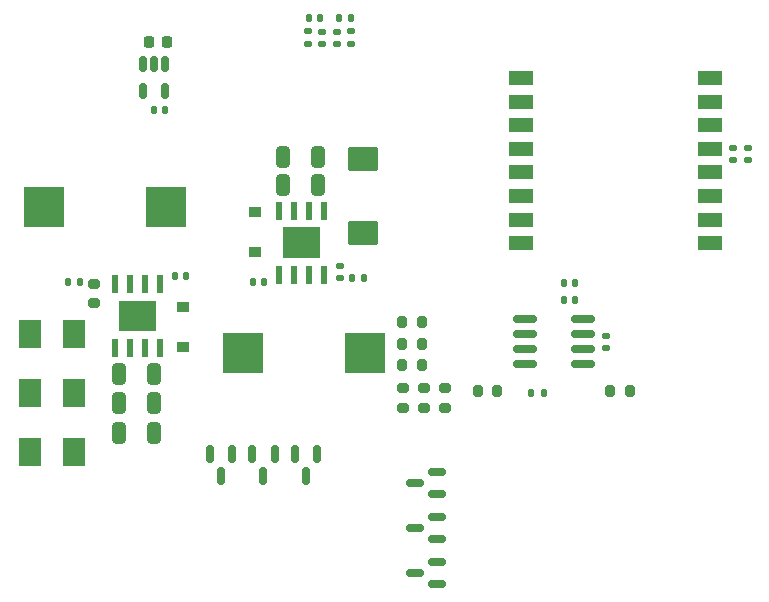
<source format=gbr>
%TF.GenerationSoftware,KiCad,Pcbnew,9.0.7*%
%TF.CreationDate,2026-02-09T21:03:28-05:00*%
%TF.ProjectId,central-board,63656e74-7261-46c2-9d62-6f6172642e6b,rev?*%
%TF.SameCoordinates,PX448a630PY53bb8c0*%
%TF.FileFunction,Paste,Top*%
%TF.FilePolarity,Positive*%
%FSLAX46Y46*%
G04 Gerber Fmt 4.6, Leading zero omitted, Abs format (unit mm)*
G04 Created by KiCad (PCBNEW 9.0.7) date 2026-02-09 21:03:28*
%MOMM*%
%LPD*%
G01*
G04 APERTURE LIST*
G04 Aperture macros list*
%AMRoundRect*
0 Rectangle with rounded corners*
0 $1 Rounding radius*
0 $2 $3 $4 $5 $6 $7 $8 $9 X,Y pos of 4 corners*
0 Add a 4 corners polygon primitive as box body*
4,1,4,$2,$3,$4,$5,$6,$7,$8,$9,$2,$3,0*
0 Add four circle primitives for the rounded corners*
1,1,$1+$1,$2,$3*
1,1,$1+$1,$4,$5*
1,1,$1+$1,$6,$7*
1,1,$1+$1,$8,$9*
0 Add four rect primitives between the rounded corners*
20,1,$1+$1,$2,$3,$4,$5,0*
20,1,$1+$1,$4,$5,$6,$7,0*
20,1,$1+$1,$6,$7,$8,$9,0*
20,1,$1+$1,$8,$9,$2,$3,0*%
G04 Aperture macros list end*
%ADD10C,0.000000*%
%ADD11RoundRect,0.250000X1.045000X-0.785000X1.045000X0.785000X-1.045000X0.785000X-1.045000X-0.785000X0*%
%ADD12RoundRect,0.135000X0.135000X0.185000X-0.135000X0.185000X-0.135000X-0.185000X0.135000X-0.185000X0*%
%ADD13RoundRect,0.140000X-0.140000X-0.170000X0.140000X-0.170000X0.140000X0.170000X-0.140000X0.170000X0*%
%ADD14RoundRect,0.250000X-0.325000X-0.650000X0.325000X-0.650000X0.325000X0.650000X-0.325000X0.650000X0*%
%ADD15RoundRect,0.150000X0.587500X0.150000X-0.587500X0.150000X-0.587500X-0.150000X0.587500X-0.150000X0*%
%ADD16RoundRect,0.135000X-0.135000X-0.185000X0.135000X-0.185000X0.135000X0.185000X-0.135000X0.185000X0*%
%ADD17RoundRect,0.135000X-0.185000X0.135000X-0.185000X-0.135000X0.185000X-0.135000X0.185000X0.135000X0*%
%ADD18RoundRect,0.250000X0.325000X0.650000X-0.325000X0.650000X-0.325000X-0.650000X0.325000X-0.650000X0*%
%ADD19RoundRect,0.200000X0.200000X0.275000X-0.200000X0.275000X-0.200000X-0.275000X0.200000X-0.275000X0*%
%ADD20RoundRect,0.140000X0.140000X0.170000X-0.140000X0.170000X-0.140000X-0.170000X0.140000X-0.170000X0*%
%ADD21R,0.599999X1.549999*%
%ADD22RoundRect,0.225000X0.225000X0.250000X-0.225000X0.250000X-0.225000X-0.250000X0.225000X-0.250000X0*%
%ADD23R,0.990000X0.880000*%
%ADD24RoundRect,0.200000X-0.275000X0.200000X-0.275000X-0.200000X0.275000X-0.200000X0.275000X0.200000X0*%
%ADD25RoundRect,0.135000X0.185000X-0.135000X0.185000X0.135000X-0.185000X0.135000X-0.185000X-0.135000X0*%
%ADD26RoundRect,0.150000X-0.150000X0.512500X-0.150000X-0.512500X0.150000X-0.512500X0.150000X0.512500X0*%
%ADD27RoundRect,0.150000X-0.825000X-0.150000X0.825000X-0.150000X0.825000X0.150000X-0.825000X0.150000X0*%
%ADD28RoundRect,0.200000X-0.200000X-0.275000X0.200000X-0.275000X0.200000X0.275000X-0.200000X0.275000X0*%
%ADD29R,3.500000X3.500000*%
%ADD30RoundRect,0.150000X-0.150000X0.587500X-0.150000X-0.587500X0.150000X-0.587500X0.150000X0.587500X0*%
%ADD31R,2.000000X1.200000*%
%ADD32RoundRect,0.140000X-0.170000X0.140000X-0.170000X-0.140000X0.170000X-0.140000X0.170000X0.140000X0*%
%ADD33R,1.900000X2.376000*%
G04 APERTURE END LIST*
D10*
%TO.C,U4*%
G36*
X13677000Y22450001D02*
G01*
X10577002Y22450001D01*
X10577002Y25050001D01*
X13677000Y25050001D01*
X13677000Y22450001D01*
G37*
%TO.C,U6*%
G36*
X27577057Y28649999D02*
G01*
X24477059Y28649999D01*
X24477059Y31249999D01*
X27577057Y31249999D01*
X27577057Y28649999D01*
G37*
%TD*%
D11*
%TO.C,C10*%
X31277057Y30800000D03*
X31277057Y37040000D03*
%TD*%
D12*
%TO.C,R5*%
X31297057Y27000000D03*
X30277057Y27000000D03*
%TD*%
D13*
%TO.C,C19*%
X26640000Y49000000D03*
X27600000Y49000000D03*
%TD*%
D14*
%TO.C,C15*%
X24477057Y37200000D03*
X27427057Y37200000D03*
%TD*%
D15*
%TO.C,Q5*%
X37475000Y1050000D03*
X37475000Y2950000D03*
X35600000Y2000000D03*
%TD*%
D16*
%TO.C,R4*%
X45500000Y17200000D03*
X46520000Y17200000D03*
%TD*%
D17*
%TO.C,R12*%
X27800000Y47820000D03*
X27800000Y46800000D03*
%TD*%
D14*
%TO.C,C12*%
X24477057Y34800000D03*
X27427057Y34800000D03*
%TD*%
D18*
%TO.C,C7*%
X13500000Y13850000D03*
X10550000Y13850000D03*
%TD*%
D19*
%TO.C,R11*%
X36200000Y23200000D03*
X34550000Y23200000D03*
%TD*%
D20*
%TO.C,C6*%
X14459339Y41180000D03*
X13499339Y41180000D03*
%TD*%
D17*
%TO.C,R13*%
X29000000Y47820000D03*
X29000000Y46800000D03*
%TD*%
D21*
%TO.C,U4*%
X14032001Y26450001D03*
X12762001Y26450001D03*
X11492001Y26450001D03*
X10222001Y26450001D03*
X10222001Y21050001D03*
X11492001Y21050001D03*
X12762001Y21050001D03*
X14032001Y21050001D03*
%TD*%
D22*
%TO.C,C5*%
X14649339Y46980000D03*
X13099339Y46980000D03*
%TD*%
D23*
%TO.C,D2*%
X16000000Y21100000D03*
X16000000Y24485000D03*
%TD*%
D21*
%TO.C,U6*%
X24122058Y27249999D03*
X25392058Y27249999D03*
X26662058Y27249999D03*
X27932058Y27249999D03*
X27932058Y32649999D03*
X26662058Y32649999D03*
X25392058Y32649999D03*
X24122058Y32649999D03*
%TD*%
D19*
%TO.C,R10*%
X36200000Y21400000D03*
X34550000Y21400000D03*
%TD*%
D24*
%TO.C,R16*%
X36400000Y17650000D03*
X36400000Y16000000D03*
%TD*%
D17*
%TO.C,R14*%
X26600000Y47840000D03*
X26600000Y46820000D03*
%TD*%
D13*
%TO.C,C13*%
X15290000Y27100000D03*
X16250000Y27100000D03*
%TD*%
D25*
%TO.C,R6*%
X29277057Y26980000D03*
X29277057Y28000000D03*
%TD*%
D16*
%TO.C,R7*%
X6230000Y26600000D03*
X7250000Y26600000D03*
%TD*%
D20*
%TO.C,C3*%
X49200000Y25110000D03*
X48240000Y25110000D03*
%TD*%
D26*
%TO.C,U5*%
X14499339Y45055000D03*
X13549339Y45055000D03*
X12599339Y45055000D03*
X12599339Y42780000D03*
X14499339Y42780000D03*
%TD*%
D27*
%TO.C,U1*%
X44925000Y23505000D03*
X44925000Y22235000D03*
X44925000Y20965000D03*
X44925000Y19695000D03*
X49875000Y19695000D03*
X49875000Y20965000D03*
X49875000Y22235000D03*
X49875000Y23505000D03*
%TD*%
D18*
%TO.C,C8*%
X13500000Y16350000D03*
X10550000Y16350000D03*
%TD*%
D28*
%TO.C,R3*%
X40950000Y17400000D03*
X42600000Y17400000D03*
%TD*%
D15*
%TO.C,Q6*%
X37475000Y4850000D03*
X37475000Y6750000D03*
X35600000Y5800000D03*
%TD*%
D19*
%TO.C,R2*%
X53800000Y17400000D03*
X52150000Y17400000D03*
%TD*%
D24*
%TO.C,R17*%
X38200000Y17650000D03*
X38200000Y16000000D03*
%TD*%
D29*
%TO.C,L2*%
X14550000Y33000000D03*
X4196000Y33000000D03*
%TD*%
D20*
%TO.C,C9*%
X22877057Y26600000D03*
X21917057Y26600000D03*
%TD*%
D15*
%TO.C,Q4*%
X37475000Y8650000D03*
X37475000Y10550000D03*
X35600000Y9600000D03*
%TD*%
D24*
%TO.C,R18*%
X34600000Y17650000D03*
X34600000Y16000000D03*
%TD*%
D17*
%TO.C,R15*%
X30200000Y47840000D03*
X30200000Y46820000D03*
%TD*%
D30*
%TO.C,Q3*%
X20150000Y12075000D03*
X18250000Y12075000D03*
X19200000Y10200000D03*
%TD*%
D18*
%TO.C,C11*%
X13500000Y18850000D03*
X10550000Y18850000D03*
%TD*%
D31*
%TO.C,U2*%
X44600000Y43900000D03*
X44600000Y41900000D03*
X44600000Y39900000D03*
X44600000Y37900000D03*
X44600000Y35900000D03*
X44600000Y33900000D03*
X44600000Y31900000D03*
X44600000Y29900000D03*
X60600000Y29900000D03*
X60600000Y31900000D03*
X60600000Y33900000D03*
X60600000Y35900000D03*
X60600000Y37900000D03*
X60600000Y39900000D03*
X60600000Y41900000D03*
X60600000Y43900000D03*
%TD*%
D20*
%TO.C,C4*%
X49200000Y26510000D03*
X48240000Y26510000D03*
%TD*%
D30*
%TO.C,Q2*%
X23750000Y12075000D03*
X21850000Y12075000D03*
X22800000Y10200000D03*
%TD*%
D24*
%TO.C,R8*%
X8500000Y26500000D03*
X8500000Y24850000D03*
%TD*%
D19*
%TO.C,R9*%
X36200000Y19600000D03*
X34550000Y19600000D03*
%TD*%
D32*
%TO.C,C2*%
X63800000Y37960000D03*
X63800000Y37000000D03*
%TD*%
D30*
%TO.C,Q1*%
X27350000Y12075000D03*
X25450000Y12075000D03*
X26400000Y10200000D03*
%TD*%
D32*
%TO.C,C1*%
X62600000Y37960000D03*
X62600000Y37000000D03*
%TD*%
D20*
%TO.C,C18*%
X30200000Y49000000D03*
X29240000Y49000000D03*
%TD*%
D29*
%TO.C,L1*%
X21077057Y20600000D03*
X31431057Y20600000D03*
%TD*%
D23*
%TO.C,D1*%
X22077057Y32585000D03*
X22077057Y29200000D03*
%TD*%
D25*
%TO.C,R1*%
X51800000Y21000000D03*
X51800000Y22020000D03*
%TD*%
D33*
%TO.C,C14*%
X3003000Y22200000D03*
X6800000Y22200000D03*
%TD*%
%TO.C,C16*%
X3003000Y12200000D03*
X6800000Y12200000D03*
%TD*%
%TO.C,C17*%
X3003000Y17200000D03*
X6800000Y17200000D03*
%TD*%
M02*

</source>
